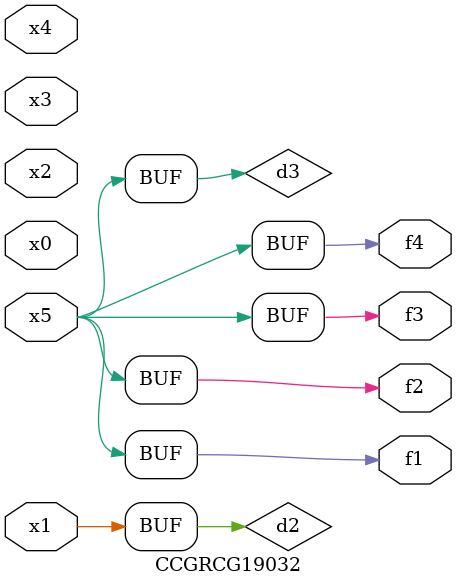
<source format=v>
module CCGRCG19032(
	input x0, x1, x2, x3, x4, x5,
	output f1, f2, f3, f4
);

	wire d1, d2, d3;

	not (d1, x5);
	or (d2, x1);
	xnor (d3, d1);
	assign f1 = d3;
	assign f2 = d3;
	assign f3 = d3;
	assign f4 = d3;
endmodule

</source>
